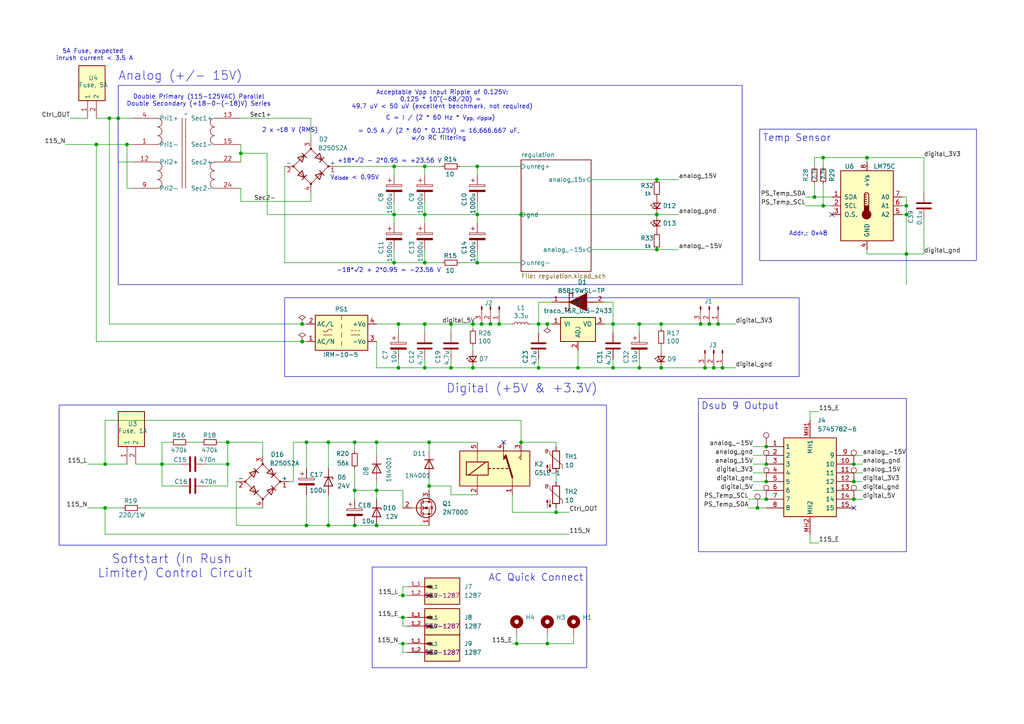
<source format=kicad_sch>
(kicad_sch (version 20250114) (generator "eeschema") (generator_version "9.0")
  (paper "A4")
  (rectangle (start 107.95 164.465) (end 170.18 193.675))
  (rectangle (start 34.29 24.765) (end 215.265 82.55))
  (rectangle (start 202.565 115.57) (end 262.89 160.02))
  (rectangle (start 82.55 86.36) (end 231.775 109.22))
  (rectangle (start 17.145 117.475) (end 175.895 158.115))
  (rectangle (start 220.345 37.465) (end 283.21 75.565))
  (text "Dsub 9 Output" (at 214.63 117.856 0) (effects (font (size 2.032 2.032))))
  (text "Addr.: 0x48\n" (at 240.03 68.58 0) (effects (font (size 1.27 1.27)) (justify right bottom)))
  (text "Analog (+/- 15V)" (at 52.324 22.098 0) (effects (font (size 2.54 2.54))))
  (text "5A Fuse, expected \ninrush current < 3.5 A" (at 27.432 16.002 0) (effects (font (size 1.27 1.27))))
  (text "Acceptable Vpp Input Ripple of 0.125V:\n0.125 * 10^(-68/20) = \n49.7 uV < 50 uV (excellent benchmark, not required)" (at 128.27 28.956 0) (effects (font (size 1.27 1.27))))
  (text "Double Primary (115-125VAC) Parallel\nDouble Secondary (+18-0-(-18)V) Series\n" (at 57.658 29.21 0) (effects (font (size 1.27 1.27))))
  (text "Softstart (In Rush \nLimiter) Control Circuit" (at 50.8 164.338 0) (effects (font (size 2.54 2.54))))
  (text "-18*√2 + 2*0.95 = -23.56 V" (at 112.776 78.486 0) (effects (font (size 1.27 1.27))))
  (text "C = I / (2 * 60 Hz * V_{pp, ripple})" (at 127.762 34.29 0) (effects (font (size 1.27 1.27))))
  (text "V_{diode} < 0.95V" (at 95.758 52.324 0) (effects (font (size 1.27 1.27)) (justify left bottom)))
  (text "AC Quick Connect" (at 155.448 167.64 0) (effects (font (size 2.032 2.032))))
  (text "2 x ~18 V (RMS)" (at 75.946 38.608 0) (effects (font (size 1.27 1.27)) (justify left bottom)))
  (text "Temp Sensor" (at 231.14 40.132 0) (effects (font (size 2.032 2.032))))
  (text "+18*√2 - 2*0.95 = +23.56 V" (at 97.79 47.498 0) (effects (font (size 1.27 1.27)) (justify left bottom)))
  (text "Digital (+5V & +3.3V)" (at 151.384 112.776 0) (effects (font (size 2.54 2.54))))
  (text "= 0.5 A / (2 * 60 * 0.125V) = 16,666.667 uF,\nw/o RC filtering" (at 127.254 39.116 0) (effects (font (size 1.27 1.27))))
  (junction (at 88.9 152.4))
  (junction (at 158.75 186.69))
  (junction (at 123.19 48.26))
  (junction (at 151.13 128.27))
  (junction (at 190.5 72.39))
  (junction (at 114.3 62.23))
  (junction (at 114.3 48.26))
  (junction (at 156.21 93.98))
  (junction (at 87.63 93.98))
  (junction (at 185.42 93.98))
  (junction (at 123.19 76.2))
  (junction (at 139.7 93.98))
  (junction (at 130.81 93.98))
  (junction (at 138.43 48.26))
  (junction (at 203.2 93.98))
  (junction (at 144.78 93.98))
  (junction (at 177.8 93.98))
  (junction (at 222.25 144.78))
  (junction (at 158.75 93.98))
  (junction (at 124.46 128.27))
  (junction (at 116.84 186.69))
  (junction (at 46.99 134.62))
  (junction (at 31.75 34.29))
  (junction (at 151.13 62.23))
  (junction (at 191.77 106.68))
  (junction (at 222.25 129.54))
  (junction (at 204.47 106.68))
  (junction (at 142.24 93.98))
  (junction (at 247.65 134.62))
  (junction (at 123.19 106.68))
  (junction (at 161.29 148.59))
  (junction (at 102.87 152.4))
  (junction (at 34.29 34.29))
  (junction (at 114.3 76.2))
  (junction (at 95.25 128.27))
  (junction (at 177.8 106.68))
  (junction (at 109.22 128.27))
  (junction (at 185.42 106.68))
  (junction (at 205.74 93.98))
  (junction (at 109.22 142.24))
  (junction (at 95.25 152.4))
  (junction (at 222.25 134.62))
  (junction (at 87.63 99.06))
  (junction (at 236.22 57.15))
  (junction (at 123.19 93.98))
  (junction (at 124.46 140.97))
  (junction (at 207.01 106.68))
  (junction (at 115.57 106.68))
  (junction (at 66.04 134.62))
  (junction (at 262.89 59.69))
  (junction (at 88.9 128.27))
  (junction (at 238.76 45.72))
  (junction (at 66.04 128.27))
  (junction (at 167.64 106.68))
  (junction (at 262.89 73.66))
  (junction (at 247.65 139.7))
  (junction (at 116.84 172.72))
  (junction (at 138.43 76.2))
  (junction (at 190.5 52.07))
  (junction (at 115.57 93.98))
  (junction (at 130.81 106.68))
  (junction (at 149.86 186.69))
  (junction (at 209.55 106.68))
  (junction (at 30.48 147.32))
  (junction (at 102.87 142.24))
  (junction (at 27.94 41.91))
  (junction (at 191.77 93.98))
  (junction (at 123.19 62.23))
  (junction (at 251.46 45.72))
  (junction (at 116.84 179.07))
  (junction (at 109.22 152.4))
  (junction (at 102.87 128.27))
  (junction (at 156.21 106.68))
  (junction (at 238.76 59.69))
  (junction (at 219.71 147.32))
  (junction (at 262.89 62.23))
  (junction (at 30.48 134.62))
  (junction (at 208.28 93.98))
  (junction (at 137.16 106.68))
  (junction (at 247.65 144.78))
  (junction (at 137.16 93.98))
  (junction (at 138.43 62.23))
  (junction (at 69.85 44.45))
  (junction (at 36.83 41.91))
  (junction (at 190.5 62.23))
  (junction (at 222.25 139.7))
  (no_connect (at 247.65 147.32))
  (no_connect (at 241.3 62.23))
  (no_connect (at 146.05 128.27))
  (wire (pts (xy 236.22 45.72) (xy 236.22 48.26)))
  (wire (pts (xy 218.44 129.54) (xy 222.25 129.54)))
  (wire (pts (xy 30.48 154.94) (xy 30.48 147.32)))
  (wire (pts (xy 158.75 93.98) (xy 160.02 93.98)))
  (wire (pts (xy 102.87 152.4) (xy 109.22 152.4)))
  (wire (pts (xy 95.25 135.89) (xy 95.25 128.27)))
  (wire (pts (xy 109.22 93.98) (xy 115.57 93.98)))
  (wire (pts (xy 218.44 137.16) (xy 222.25 137.16)))
  (wire (pts (xy 31.75 34.29) (xy 34.29 34.29)))
  (wire (pts (xy 148.59 148.59) (xy 148.59 143.51)))
  (wire (pts (xy 118.11 170.18) (xy 116.84 170.18)))
  (wire (pts (xy 124.46 138.43) (xy 124.46 140.97)))
  (wire (pts (xy 109.22 139.7) (xy 109.22 142.24)))
  (wire (pts (xy 191.77 106.68) (xy 204.47 106.68)))
  (wire (pts (xy 27.94 41.91) (xy 36.83 41.91)))
  (wire (pts (xy 66.04 128.27) (xy 63.5 128.27)))
  (wire (pts (xy 66.04 134.62) (xy 66.04 128.27)))
  (wire (pts (xy 130.81 93.98) (xy 130.81 96.52)))
  (wire (pts (xy 233.68 59.69) (xy 238.76 59.69)))
  (wire (pts (xy 217.17 144.78) (xy 222.25 144.78)))
  (wire (pts (xy 46.99 134.62) (xy 52.07 134.62)))
  (wire (pts (xy 123.19 93.98) (xy 130.81 93.98)))
  (wire (pts (xy 218.44 134.62) (xy 222.25 134.62)))
  (wire (pts (xy 116.84 170.18) (xy 116.84 172.72)))
  (wire (pts (xy 109.22 142.24) (xy 109.22 144.78)))
  (wire (pts (xy 156.21 87.63) (xy 156.21 93.98)))
  (wire (pts (xy 116.84 172.72) (xy 118.11 172.72)))
  (wire (pts (xy 115.57 106.68) (xy 109.22 106.68)))
  (wire (pts (xy 115.57 106.68) (xy 115.57 104.14)))
  (wire (pts (xy 102.87 135.89) (xy 102.87 142.24)))
  (wire (pts (xy 167.64 101.6) (xy 167.64 106.68)))
  (wire (pts (xy 191.77 100.33) (xy 191.77 101.6)))
  (wire (pts (xy 234.95 154.94) (xy 234.95 157.48)))
  (wire (pts (xy 185.42 93.98) (xy 185.42 96.52)))
  (wire (pts (xy 114.3 62.23) (xy 77.47 62.23)))
  (wire (pts (xy 25.4 134.62) (xy 30.48 134.62)))
  (wire (pts (xy 177.8 96.52) (xy 177.8 93.98)))
  (wire (pts (xy 123.19 106.68) (xy 115.57 106.68)))
  (wire (pts (xy 124.46 140.97) (xy 124.46 142.24)))
  (wire (pts (xy 267.97 63.5) (xy 267.97 73.66)))
  (wire (pts (xy 34.29 46.99) (xy 34.29 34.29)))
  (wire (pts (xy 175.26 87.63) (xy 177.8 87.63)))
  (wire (pts (xy 158.75 186.69) (xy 166.37 186.69)))
  (wire (pts (xy 114.3 48.26) (xy 123.19 48.26)))
  (wire (pts (xy 82.55 48.26) (xy 82.55 76.2)))
  (wire (pts (xy 130.81 143.51) (xy 138.43 143.51)))
  (wire (pts (xy 161.29 129.54) (xy 161.29 128.27)))
  (wire (pts (xy 36.83 54.61) (xy 38.1 54.61)))
  (wire (pts (xy 138.43 76.2) (xy 151.13 76.2)))
  (wire (pts (xy 148.59 186.69) (xy 149.86 186.69)))
  (wire (pts (xy 161.29 137.16) (xy 161.29 139.7)))
  (wire (pts (xy 30.48 134.62) (xy 36.83 134.62)))
  (wire (pts (xy 88.9 93.98) (xy 87.63 93.98)))
  (wire (pts (xy 123.19 106.68) (xy 123.19 104.14)))
  (wire (pts (xy 115.57 179.07) (xy 116.84 179.07)))
  (wire (pts (xy 241.3 57.15) (xy 236.22 57.15)))
  (wire (pts (xy 171.45 72.39) (xy 190.5 72.39)))
  (wire (pts (xy 138.43 62.23) (xy 138.43 64.77)))
  (wire (pts (xy 177.8 87.63) (xy 177.8 93.98)))
  (wire (pts (xy 69.85 41.91) (xy 69.85 44.45)))
  (wire (pts (xy 247.65 142.24) (xy 250.19 142.24)))
  (wire (pts (xy 114.3 58.42) (xy 114.3 62.23)))
  (wire (pts (xy 149.86 184.15) (xy 149.86 186.69)))
  (wire (pts (xy 138.43 48.26) (xy 138.43 50.8)))
  (wire (pts (xy 109.22 106.68) (xy 109.22 99.06)))
  (wire (pts (xy 238.76 59.69) (xy 241.3 59.69)))
  (wire (pts (xy 130.81 106.68) (xy 137.16 106.68)))
  (wire (pts (xy 115.57 96.52) (xy 115.57 93.98)))
  (wire (pts (xy 109.22 152.4) (xy 124.46 152.4)))
  (wire (pts (xy 156.21 106.68) (xy 167.64 106.68)))
  (wire (pts (xy 116.84 179.07) (xy 118.11 179.07)))
  (wire (pts (xy 97.79 48.26) (xy 114.3 48.26)))
  (wire (pts (xy 69.85 58.42) (xy 69.85 54.61)))
  (wire (pts (xy 262.89 73.66) (xy 267.97 73.66)))
  (wire (pts (xy 138.43 72.39) (xy 138.43 76.2)))
  (wire (pts (xy 185.42 106.68) (xy 191.77 106.68)))
  (wire (pts (xy 20.32 34.29) (xy 25.4 34.29)))
  (wire (pts (xy 116.84 186.69) (xy 118.11 186.69)))
  (wire (pts (xy 118.11 189.23) (xy 116.84 189.23)))
  (wire (pts (xy 95.25 128.27) (xy 102.87 128.27)))
  (wire (pts (xy 109.22 142.24) (xy 102.87 142.24)))
  (wire (pts (xy 90.17 55.88) (xy 90.17 58.42)))
  (wire (pts (xy 118.11 181.61) (xy 116.84 181.61)))
  (wire (pts (xy 161.29 128.27) (xy 151.13 128.27)))
  (wire (pts (xy 25.4 147.32) (xy 30.48 147.32)))
  (wire (pts (xy 123.19 96.52) (xy 123.19 93.98)))
  (wire (pts (xy 190.5 62.23) (xy 196.85 62.23)))
  (wire (pts (xy 114.3 72.39) (xy 114.3 76.2)))
  (wire (pts (xy 68.58 152.4) (xy 88.9 152.4)))
  (wire (pts (xy 123.19 48.26) (xy 123.19 50.8)))
  (wire (pts (xy 36.83 41.91) (xy 36.83 54.61)))
  (wire (pts (xy 238.76 45.72) (xy 236.22 45.72)))
  (wire (pts (xy 262.89 62.23) (xy 261.62 62.23)))
  (wire (pts (xy 40.64 147.32) (xy 76.2 147.32)))
  (wire (pts (xy 177.8 93.98) (xy 175.26 93.98)))
  (wire (pts (xy 137.16 106.68) (xy 156.21 106.68)))
  (wire (pts (xy 124.46 128.27) (xy 138.43 128.27)))
  (wire (pts (xy 251.46 73.66) (xy 251.46 72.39)))
  (wire (pts (xy 138.43 58.42) (xy 138.43 62.23)))
  (wire (pts (xy 247.65 144.78) (xy 250.19 144.78)))
  (wire (pts (xy 124.46 140.97) (xy 130.81 140.97)))
  (wire (pts (xy 30.48 121.92) (xy 30.48 134.62)))
  (wire (pts (xy 90.17 34.29) (xy 90.17 40.64)))
  (wire (pts (xy 209.55 106.68) (xy 213.36 106.68)))
  (wire (pts (xy 151.13 121.92) (xy 30.48 121.92)))
  (wire (pts (xy 130.81 106.68) (xy 130.81 104.14)))
  (wire (pts (xy 76.2 132.08) (xy 76.2 128.27)))
  (wire (pts (xy 217.17 147.32) (xy 219.71 147.32)))
  (wire (pts (xy 262.89 62.23) (xy 262.89 73.66)))
  (wire (pts (xy 139.7 93.98) (xy 142.24 93.98)))
  (wire (pts (xy 59.69 134.62) (xy 66.04 134.62)))
  (wire (pts (xy 114.3 76.2) (xy 123.19 76.2)))
  (wire (pts (xy 87.63 99.06) (xy 27.94 99.06)))
  (wire (pts (xy 238.76 59.69) (xy 238.76 53.34)))
  (wire (pts (xy 31.75 93.98) (xy 31.75 34.29)))
  (wire (pts (xy 85.09 128.27) (xy 88.9 128.27)))
  (wire (pts (xy 82.55 76.2) (xy 114.3 76.2)))
  (wire (pts (xy 69.85 44.45) (xy 69.85 46.99)))
  (wire (pts (xy 236.22 57.15) (xy 236.22 53.34)))
  (wire (pts (xy 87.63 93.98) (xy 31.75 93.98)))
  (wire (pts (xy 123.19 58.42) (xy 123.19 62.23)))
  (wire (pts (xy 123.19 76.2) (xy 128.27 76.2)))
  (wire (pts (xy 160.02 87.63) (xy 156.21 87.63)))
  (wire (pts (xy 262.89 59.69) (xy 262.89 62.23)))
  (wire (pts (xy 205.74 93.98) (xy 208.28 93.98)))
  (wire (pts (xy 208.28 93.98) (xy 213.36 93.98)))
  (wire (pts (xy 251.46 45.72) (xy 251.46 46.99)))
  (wire (pts (xy 95.25 152.4) (xy 102.87 152.4)))
  (wire (pts (xy 83.82 139.7) (xy 85.09 139.7)))
  (wire (pts (xy 156.21 93.98) (xy 158.75 93.98)))
  (wire (pts (xy 185.42 93.98) (xy 191.77 93.98)))
  (wire (pts (xy 236.22 57.15) (xy 233.68 57.15)))
  (wire (pts (xy 19.05 41.91) (xy 27.94 41.91)))
  (wire (pts (xy 123.19 48.26) (xy 128.27 48.26)))
  (wire (pts (xy 204.47 106.68) (xy 207.01 106.68)))
  (wire (pts (xy 54.61 128.27) (xy 58.42 128.27)))
  (wire (pts (xy 218.44 139.7) (xy 222.25 139.7)))
  (wire (pts (xy 137.16 93.98) (xy 139.7 93.98)))
  (wire (pts (xy 267.97 55.88) (xy 267.97 45.72)))
  (wire (pts (xy 138.43 48.26) (xy 151.13 48.26)))
  (wire (pts (xy 137.16 93.98) (xy 137.16 95.25)))
  (wire (pts (xy 123.19 72.39) (xy 123.19 76.2)))
  (wire (pts (xy 167.64 106.68) (xy 177.8 106.68)))
  (wire (pts (xy 34.29 34.29) (xy 38.1 34.29)))
  (wire (pts (xy 137.16 100.33) (xy 137.16 101.6)))
  (wire (pts (xy 88.9 143.51) (xy 88.9 152.4)))
  (wire (pts (xy 76.2 128.27) (xy 66.04 128.27)))
  (wire (pts (xy 59.69 140.97) (xy 66.04 140.97)))
  (wire (pts (xy 247.65 132.08) (xy 250.19 132.08)))
  (wire (pts (xy 124.46 128.27) (xy 109.22 128.27)))
  (wire (pts (xy 203.2 93.98) (xy 205.74 93.98)))
  (wire (pts (xy 153.67 93.98) (xy 156.21 93.98)))
  (wire (pts (xy 38.1 41.91) (xy 36.83 41.91)))
  (wire (pts (xy 251.46 45.72) (xy 267.97 45.72)))
  (wire (pts (xy 247.65 139.7) (xy 250.19 139.7)))
  (wire (pts (xy 116.84 147.32) (xy 116.84 142.24)))
  (wire (pts (xy 102.87 128.27) (xy 109.22 128.27)))
  (wire (pts (xy 95.25 143.51) (xy 95.25 152.4)))
  (wire (pts (xy 262.89 73.66) (xy 251.46 73.66)))
  (wire (pts (xy 234.95 121.92) (xy 234.95 119.38)))
  (wire (pts (xy 190.5 72.39) (xy 196.85 72.39)))
  (wire (pts (xy 166.37 184.15) (xy 166.37 186.69)))
  (wire (pts (xy 177.8 93.98) (xy 185.42 93.98)))
  (wire (pts (xy 69.85 34.29) (xy 90.17 34.29)))
  (wire (pts (xy 191.77 93.98) (xy 203.2 93.98)))
  (wire (pts (xy 247.65 134.62) (xy 250.19 134.62)))
  (wire (pts (xy 88.9 152.4) (xy 95.25 152.4)))
  (wire (pts (xy 66.04 140.97) (xy 66.04 134.62)))
  (wire (pts (xy 109.22 128.27) (xy 109.22 132.08)))
  (wire (pts (xy 38.1 46.99) (xy 34.29 46.99)))
  (wire (pts (xy 262.89 57.15) (xy 262.89 59.69)))
  (wire (pts (xy 138.43 62.23) (xy 151.13 62.23)))
  (wire (pts (xy 158.75 184.15) (xy 158.75 186.69)))
  (wire (pts (xy 156.21 104.14) (xy 156.21 106.68)))
  (wire (pts (xy 49.53 128.27) (xy 46.99 128.27)))
  (wire (pts (xy 262.89 73.66) (xy 262.89 82.55)))
  (wire (pts (xy 177.8 106.68) (xy 185.42 106.68)))
  (wire (pts (xy 161.29 147.32) (xy 161.29 148.59)))
  (wire (pts (xy 27.94 34.29) (xy 31.75 34.29)))
  (wire (pts (xy 133.35 48.26) (xy 138.43 48.26)))
  (wire (pts (xy 177.8 104.14) (xy 177.8 106.68)))
  (wire (pts (xy 151.13 128.27) (xy 151.13 121.92)))
  (wire (pts (xy 218.44 132.08) (xy 222.25 132.08)))
  (wire (pts (xy 161.29 148.59) (xy 165.1 148.59)))
  (wire (pts (xy 88.9 99.06) (xy 87.63 99.06)))
  (wire (pts (xy 130.81 106.68) (xy 123.19 106.68)))
  (wire (pts (xy 114.3 62.23) (xy 114.3 64.77)))
  (wire (pts (xy 116.84 181.61) (xy 116.84 179.07)))
  (wire (pts (xy 261.62 57.15) (xy 262.89 57.15)))
  (wire (pts (xy 142.24 93.98) (xy 144.78 93.98)))
  (wire (pts (xy 123.19 62.23) (xy 138.43 62.23)))
  (wire (pts (xy 123.19 62.23) (xy 114.3 62.23)))
  (wire (pts (xy 46.99 140.97) (xy 52.07 140.97)))
  (wire (pts (xy 124.46 130.81) (xy 124.46 128.27)))
  (wire (pts (xy 116.84 189.23) (xy 116.84 186.69)))
  (wire (pts (xy 88.9 128.27) (xy 88.9 135.89)))
  (wire (pts (xy 102.87 142.24) (xy 102.87 144.78)))
  (wire (pts (xy 151.13 62.23) (xy 190.5 62.23)))
  (wire (pts (xy 46.99 128.27) (xy 46.99 134.62)))
  (wire (pts (xy 234.95 119.38) (xy 237.49 119.38)))
  (wire (pts (xy 102.87 128.27) (xy 102.87 130.81)))
  (wire (pts (xy 30.48 154.94) (xy 165.1 154.94)))
  (wire (pts (xy 69.85 44.45) (xy 77.47 44.45)))
  (wire (pts (xy 109.22 142.24) (xy 116.84 142.24)))
  (wire (pts (xy 130.81 93.98) (xy 137.16 93.98)))
  (wire (pts (xy 144.78 93.98) (xy 148.59 93.98)))
  (wire (pts (xy 261.62 59.69) (xy 262.89 59.69)))
  (wire (pts (xy 27.94 99.06) (xy 27.94 41.91)))
  (wire (pts (xy 77.47 44.45) (xy 77.47 62.23)))
  (wire (pts (xy 185.42 104.14) (xy 185.42 106.68)))
  (wire (pts (xy 133.35 76.2) (xy 138.43 76.2)))
  (wire (pts (xy 251.46 45.72) (xy 238.76 45.72)))
  (wire (pts (xy 114.3 48.26) (xy 114.3 50.8)))
  (wire (pts (xy 237.49 157.48) (xy 234.95 157.48)))
  (wire (pts (xy 190.5 52.07) (xy 196.85 52.07)))
  (wire (pts (xy 219.71 147.32) (xy 222.25 147.32)))
  (wire (pts (xy 30.48 147.32) (xy 35.56 147.32)))
  (wire (pts (xy 90.17 58.42) (xy 69.85 58.42)))
  (wire (pts (xy 115.57 93.98) (xy 123.19 93.98)))
  (wire (pts (xy 149.86 186.69) (xy 158.75 186.69)))
  (wire (pts (xy 46.99 134.62) (xy 46.99 140.97)))
  (wire (pts (xy 207.01 106.68) (xy 209.55 106.68)))
  (wire (pts (xy 238.76 45.72) (xy 238.76 48.26)))
  (wire (pts (xy 148.59 148.59) (xy 161.29 148.59)))
  (wire (pts (xy 85.09 139.7) (xy 85.09 128.27)))
  (wire (pts (xy 191.77 93.98) (xy 191.77 95.25)))
  (wire (pts (xy 171.45 52.07) (xy 190.5 52.07)))
  (wire (pts (xy 156.21 93.98) (xy 156.21 96.52)))
  (wire (pts (xy 115.57 186.69) (xy 116.84 186.69)))
  (wire (pts (xy 115.57 172.72) (xy 116.84 172.72)))
  (wire (pts (xy 130.81 140.97) (xy 130.81 143.51)))
  (wire (pts (xy 88.9 128.27) (xy 95.25 128.27)))
  (wire (pts (xy 247.65 137.16) (xy 250.19 137.16)))
  (wire (pts (xy 218.44 142.24) (xy 222.25 142.24)))
  (wire (pts (xy 123.19 62.23) (xy 123.19 64.77)))
  (wire (pts (xy 68.58 139.7) (xy 68.58 152.4)))
  (wire (pts (xy 39.37 134.62) (xy 46.99 134.62)))
  (label "digital_5V" (at 250.19 144.78 0))
  (label "digital_gnd" (at 267.97 73.66 0))
  (label "115_E" (at 115.57 179.07 180))
  (label "analog_gnd" (at 196.85 62.23 0))
  (label "Sec1+" (at 72.39 34.29 0))
  (label "115_L" (at 115.57 172.72 180))
  (label "PS_Temp_SCL" (at 233.68 59.69 180))
  (label "digital_3V3" (at 250.19 139.7 0))
  (label "analog_gnd" (at 218.44 132.08 180))
  (label "115_N" (at 115.57 186.69 180))
  (label "digital_5V" (at 128.27 93.98 0))
  (label "analog_15V" (at 218.44 134.62 180))
  (label "analog_gnd" (at 250.19 134.62 0))
  (label "analog_15V" (at 196.85 52.07 0))
  (label "Ctrl_OUT" (at 20.32 34.29 180))
  (label "PS_Temp_SDA" (at 217.17 147.32 180))
  (label "analog_15V" (at 250.19 137.16 0))
  (label "115_N" (at 25.4 147.32 180))
  (label "PS_Temp_SDA" (at 233.68 57.15 180))
  (label "Ctrl_OUT" (at 165.1 148.59 0))
  (label "115_N" (at 19.05 41.91 180))
  (label "digital_5V" (at 218.44 142.24 180))
  (label "analog_-15V" (at 218.44 129.54 180))
  (label "digital_3V3" (at 218.44 137.16 180))
  (label "digital_gnd" (at 213.36 106.68 0))
  (label "analog_-15V" (at 196.85 72.39 0))
  (label "digital_3V3" (at 267.97 45.72 0))
  (label "115_N" (at 165.1 154.94 0))
  (label "Sec2-" (at 73.66 58.42 0))
  (label "digital_gnd" (at 250.19 142.24 0))
  (label "115_E" (at 237.49 157.48 0))
  (label "digital_3V3" (at 213.36 93.98 0))
  (label "115_E" (at 148.59 186.69 180))
  (label "115_L" (at 25.4 134.62 180))
  (label "PS_Temp_SCL" (at 217.17 144.78 180))
  (label "digital_gnd" (at 218.44 139.7 180))
  (label "115_E" (at 237.49 119.38 0))
  (label "analog_-15V" (at 250.19 132.08 0))
  (symbol (lib_id "Connector:TestPoint") (at 222.25 129.54 0) (unit 1)
    (property "Reference" "TP1" (effects (hide yes)))
    (property "Value" "TestPoint" (effects (hide yes)))
    (property "Footprint" "TestPoint:TestPoint_Loop_D1.80mm_Drill1.0mm_Beaded" (effects (hide yes)))
    (property "Mouser Part Number" "534-5005" (effects (hide yes)))
  )
  (symbol (lib_id "Device:LED_Small") (at 137.16 104.14 90) (unit 1)
    (property "Reference" "D7" (at 138.8872 104.14 90) (effects (justify right)))
    (property "Value" "LED_Small" (effects (hide yes)))
    (property "Footprint" "LED_SMD:LED_0603_1608Metric" (effects (hide yes)))
  )
  (symbol (lib_id "Supply-Board-rescue:CP-Device") (at 185.42 100.33 0) (unit 1)
    (property "Reference" "C32" (at 181.61 101.6 90) (effects (justify right)))
    (property "Value" "10u" (at 184.15 101.6 90) (effects (justify right)))
    (property "Footprint" "Capacitor_Tantalum_SMD:CP_EIA-7343-31_Kemet-D" (effects (hide yes)))
    (property "Datasheet" "https://www.reichelt.de/smd-tantal-10-f-16v-125-c-t491c-10u-16-p206468.html?&trstct=pol_3" (effects (hide yes)))
    (property "Mouser Part Number" "80-T491D106K025" (effects (hide yes)))
  )
  (symbol (lib_id "Device:R_Small") (at 191.77 97.79 0) (unit 1)
    (property "Reference" "R17" (at 193.2686 96.6216 0) (effects (justify left)))
    (property "Value" "100" (at 193.2686 98.933 0) (effects (justify left)))
    (property "Footprint" "Resistor_SMD:R_0805_2012Metric" (effects (hide yes)))
    (property "Mouser Part Number" "710-560112120020" (effects (hide yes)))
  )
  (symbol (lib_id "Device:LED_Small") (at 191.77 104.14 90) (unit 1)
    (property "Reference" "D9" (at 193.4972 104.14 90) (effects (justify right)))
    (property "Value" "LED_Small" (effects (hide yes)))
    (property "Footprint" "LED_SMD:LED_0603_1608Metric" (effects (hide yes)))
  )
  (symbol (lib_id "Supply-Board-rescue:traco_TSR_0.5-2433-STM_Custom_Lib") (at 167.64 93.98 0) (unit 1)
    (property "Reference" "U5" (at 167.64 87.8332 0))
    (property "Value" "traco_TSR_0.5-2433" (at 167.64 90.1446 0))
    (property "Footprint" "TSR-0.5-2433:TSR-0.5-2433" (effects (hide yes)))
    (property "Datasheet" "https://www.reichelt.de/dc-dc-wandler-tsr-0-5-3-3-v-500-ma-sil-tsr-0-5-2433-p251064.html?&trstct=pol_0" (effects (hide yes)))
    (property "Mouser Part Number" "495-TSR0.5-2433" (effects (hide yes)))
  )
  (symbol (lib_id "Device:C") (at 156.21 100.33 0) (unit 1)
    (property "Reference" "C23" (at 152.4 101.6 90) (effects (justify right)))
    (property "Value" "4.7u" (at 154.94 101.6 90) (effects (justify right)))
    (property "Footprint" "Capacitor_SMD:C_0603_1608Metric" (effects (hide yes)))
    (property "Datasheet" "https://www.reichelt.de/vielschicht-kerko-4-7-f-16v-125-c-kem-x7r0805-4-7u-p207081.html?&trstct=pol_3" (effects (hide yes)))
    (property "Mouser Part Number" "187-CL10A475KO8NQNC" (effects (hide yes)))
  )
  (symbol (lib_id "Device:C") (at 177.8 100.33 0) (unit 1)
    (property "Reference" "C31" (at 173.99 101.6 90) (effects (justify right)))
    (property "Value" "4.7u" (at 176.53 101.6 90) (effects (justify right)))
    (property "Footprint" "Capacitor_SMD:C_0603_1608Metric" (effects (hide yes)))
    (property "Datasheet" "https://www.reichelt.de/vielschicht-kerko-4-7-f-16v-125-c-kem-x7r0805-4-7u-p207081.html?&trstct=pol_3" (effects (hide yes)))
    (property "Mouser Part Number" "187-CL10A475KO8NQNC" (effects (hide yes)))
  )
  (symbol (lib_id "Device:L_Small") (at 151.13 93.98 90) (unit 1)
    (property "Reference" "L1" (at 151.13 89.281 90))
    (property "Value" "3.3u" (at 151.13 91.5924 90))
    (property "Footprint" "SRR1280_3R3Y:IND_BOURNS_SRR1280" (effects (hide yes)))
    (property "Datasheet" "https://cdn-reichelt.de/documents/datenblatt/B400/PISM.pdf" (effects (hide yes)))
    (property "Reichelt" "L-PISM 3,3µ" (effects (hide yes)))
    (property "Mouser Part Number" "652-SRR1280-3R3Y" (effects (hide yes)))
  )
  (symbol (lib_id "Device:C") (at 130.81 100.33 0) (unit 1)
    (property "Reference" "C19" (at 127 101.6 90) (effects (justify right)))
    (property "Value" "4.7u" (at 129.54 101.6 90) (effects (justify right)))
    (property "Footprint" "Capacitor_SMD:C_0603_1608Metric" (effects (hide yes)))
    (property "Datasheet" "https://www.reichelt.de/vielschicht-kerko-4-7-f-16v-125-c-kem-x7r0805-4-7u-p207081.html?&trstct=pol_3" (effects (hide yes)))
    (property "Mouser Part Number" "187-CL10A475KO8NQNC" (effects (hide yes)))
  )
  (symbol (lib_id "Device:C") (at 123.19 100.33 0) (unit 1)
    (property "Reference" "C12" (at 119.38 101.6 90) (effects (justify right)))
    (property "Value" "4.7u" (at 121.92 101.6 90) (effects (justify right)))
    (property "Footprint" "Capacitor_SMD:C_0603_1608Metric" (effects (hide yes)))
    (property "Datasheet" "https://www.reichelt.de/vielschicht-kerko-4-7-f-16v-125-c-kem-x7r0805-4-7u-p207081.html?&trstct=pol_3" (effects (hide yes)))
    (property "Mouser Part Number" "187-CL10A475KO8NQNC" (effects (hide yes)))
  )
  (symbol (lib_id "Supply-Board-rescue:CP-Device") (at 115.57 100.33 0) (unit 1)
    (property "Reference" "C7" (at 111.76 101.6 90) (effects (justify right)))
    (property "Value" "10u" (at 114.3 101.6 90) (effects (justify right)))
    (property "Footprint" "Capacitor_Tantalum_SMD:CP_EIA-7343-31_Kemet-D" (effects (hide yes)))
    (property "Datasheet" "https://www.reichelt.de/smd-tantal-10-f-16v-125-c-t491c-10u-16-p206468.html?&trstct=pol_3" (effects (hide yes)))
    (property "Mouser Part Number" "80-T491D106K025" (effects (hide yes)))
  )
  (symbol (lib_id "Supply-Board-rescue:LM75C-Sensor_Temperature") (at 251.46 59.69 0) (unit 1)
    (property "Reference" "U6" (at 246.38 48.26 0))
    (property "Value" "LM75C" (at 256.54 48.26 0))
    (property "Footprint" "Package_SO:SOIC-8_3.9x4.9mm_P1.27mm" (effects (hide yes)))
    (property "Datasheet" "http://www.ti.com/lit/ds/symlink/lm75b.pdf" (effects (hide yes)))
    (property "Mouser Part Number" "700-LM75BIM-3+" (effects (hide yes)))
  )
  (symbol (lib_id "Device:LED_Small") (at 190.5 64.77 90) (unit 1)
    (property "Reference" "D13" (at 192.2272 64.77 90) (effects (justify right)))
    (property "Value" "LED_Small" (effects (hide yes)))
    (property "Footprint" "LED_SMD:LED_0603_1608Metric" (effects (hide yes)))
  )
  (symbol (lib_id "Device:R_Small") (at 238.76 50.8 0) (unit 1)
    (property "Reference" "R29" (at 241.3 50.8 90))
    (property "Value" "2.7k" (at 238.76 52.07 90) (effects (font (size 0.9906 0.9906)) (justify left)))
    (property "Footprint" "Resistor_SMD:R_0805_2012Metric" (effects (hide yes)))
    (property "Mouser Part Number" "603-AA0805JR-072K7L" (effects (hide yes)))
  )
  (symbol (lib_id "Device:D_Bridge_+-AA") (at 76.2 139.7 0) (unit 1)
    (property "Reference" "D16" (at 78.486 131.826 0) (effects (justify left)))
    (property "Value" "B250S2A" (at 78.232 134.366 0) (effects (justify left)))
    (property "Footprint" "B250SA_SLIM:P20_SO-DIL-Slim" (effects (hide yes)))
    (property "Datasheet" "https://www.reichelt.de/smd-brueckengleichrichter-600-v-2-3-a-b250s2a-dio-p216747.html?&trstct=pol_12" (effects (hide yes)))
    (property "Mouser Part Number" "637-B250S2A-SLIM " (effects (hide yes)))
  )
  (symbol (lib_id "Device:Thermistor_NTC") (at 161.29 133.35 0) (unit 1)
    (property "Reference" "TH1" (at 163.83 132.3974 0) (effects (justify left)))
    (property "Value" "10" (at 163.83 134.9374 0) (effects (justify left)))
    (property "Footprint" "Resistor_THT:R_Axial_DIN0204_L3.6mm_D1.6mm_P5.08mm_Horizontal" (effects (hide yes)))
    (property "Description" "Temperature dependent resistor, negative temperature coefficient" (effects (hide yes)))
    (property "Mouser Part Number" "995-SL10-10002" (effects (hide yes)))
  )
  (symbol (lib_id "0PTF0078P:0PTF0078P") (at 36.83 134.62 90) (unit 1)
    (property "Reference" "U3" (at 37.084 122.936 90) (effects (justify right)))
    (property "Value" "Fuse, 1A" (at 34.29 124.968 90) (effects (justify right)))
    (property "Footprint" "LittleFuseHolder5x20mm:0PTF0078P" (effects (hide yes)))
    (property "Datasheet" "https://media.digikey.com/pdf/Data%20Sheets/Littelfuse%20PDFs/PTF075_77_78.pdf" (effects (hide yes)))
    (property "Description" "FUSEHOLDER-OPEN 5X20MM UL94V0 PITCH 22/6" (effects (hide yes)))
    (property "Height" "11.5" (effects (hide yes)))
    (property "Mouser Part Number" "576-0PTF0078P" (effects (hide yes)))
    (property "Mouser Price/Stock" "https://www.mouser.co.uk/ProductDetail/Littelfuse/0PTF0078P?qs=Co4VkB5J4%2Fsczy6gG8s%2FsA%3D%3D" (effects (hide yes)))
    (property "Manufacturer_Name" "LITTELFUSE" (effects (hide yes)))
    (property "Manufacturer_Part_Number" "0PTF0078P" (effects (hide yes)))
  )
  (symbol (lib_id "Device:D_Bridge_+-AA") (at 90.17 48.26 0) (unit 1)
    (property "Reference" "D2" (at 92.456 40.386 0) (effects (justify left)))
    (property "Value" "B250S2A" (at 92.202 42.926 0) (effects (justify left)))
    (property "Footprint" "B250SA_SLIM:P20_SO-DIL-Slim" (effects (hide yes)))
    (property "Datasheet" "https://www.reichelt.de/smd-brueckengleichrichter-600-v-2-3-a-b250s2a-dio-p216747.html?&trstct=pol_12" (effects (hide yes)))
    (property "Mouser Part Number" "637-B250S2A-SLIM " (effects (hide yes)))
  )
  (symbol (lib_id "Supply-Board-rescue:CP-Device") (at 138.43 54.61 0) (unit 1)
    (property "Reference" "C10" (at 134.62 55.88 90) (effects (justify right)))
    (property "Value" "1000u" (at 137.16 55.88 90) (effects (justify right)))
    (property "Footprint" "CP_Radial_D12.5mm_P5.00mm_+Better" (effects (hide yes)))
    (property "Datasheet" "https://www.reichelt.de/smd-tantal-10-f-16v-125-c-t491c-10u-16-p206468.html?&trstct=pol_3" (effects (hide yes)))
    (property "Mouser Part Number" "647-UHW1H102MHD" (effects (hide yes)))
  )
  (symbol (lib_id "Transistor_FET:2N7000") (at 121.92 147.32 0) (unit 1)
    (property "Reference" "Q1" (at 128.27 146.0499 0) (effects (justify left)))
    (property "Value" "2N7000" (at 128.27 148.5899 0) (effects (justify left)))
    (property "Footprint" "Package_TO_SOT_THT:TO-92_Inline" (effects (hide yes)))
    (property "Datasheet" "https://www.vishay.com/docs/70226/70226.pdf" (effects (hide yes)))
    (property "Description" "0.2A Id, 200V Vds, N-Channel MOSFET, 2.6V Logic Level, TO-92" (effects (hide yes)))
    (property "Mouser Part Number" "512-2N7000" (effects (hide yes)))
  )
  (symbol (lib_id "Device:R_Small") (at 190.5 54.61 0) (unit 1)
    (property "Reference" "R32" (at 187.706 53.848 0))
    (property "Value" "1k" (at 186.944 56.134 0) (effects (font (size 0.9906 0.9906)) (justify left)))
    (property "Footprint" "Resistor_SMD:R_0805_2012Metric" (effects (hide yes)))
  )
  (symbol (lib_id "Connector:TestPoint") (at 247.65 139.7 0) (unit 1)
    (property "Reference" "TP4" (effects (hide yes)))
    (property "Value" "TestPoint" (effects (hide yes)))
    (property "Footprint" "TestPoint:TestPoint_Loop_D1.80mm_Drill1.0mm_Beaded" (effects (hide yes)))
    (property "Mouser Part Number" "534-5005" (effects (hide yes)))
  )
  (symbol (lib_id "Mechanical:MountingHole_Pad") (at 158.75 181.61 0) (unit 1) (exclude_from_sim yes) (in_bom no)
    (property "Reference" "H3" (at 161.29 179.0699 0) (effects (justify left)))
    (property "Value" "MountingHole_Pad" (effects (hide yes)))
    (property "Footprint" "MountingHole:MountingHole_3.2mm_M3_Pad_Via" (effects (hide yes)))
    (property "Description" "Mounting Hole with connection" (effects (hide yes)))
  )
  (symbol (lib_id "Device:Thermistor_NTC") (at 161.29 143.51 0) (unit 1)
    (property "Reference" "TH2" (at 163.83 142.5574 0) (effects (justify left)))
    (property "Value" "10" (at 163.83 145.0974 0) (effects (justify left)))
    (property "Footprint" "Resistor_THT:R_Axial_DIN0204_L3.6mm_D1.6mm_P5.08mm_Horizontal" (effects (hide yes)))
    (property "Description" "Temperature dependent resistor, negative temperature coefficient" (effects (hide yes)))
    (property "Mouser Part Number" "995-SL10-10002" (effects (hide yes)))
  )
  (symbol (lib_id "Device:LED_Small") (at 190.5 59.69 90) (unit 1)
    (property "Reference" "D12" (at 192.2272 59.69 90) (effects (justify right)))
    (property "Value" "LED_Small" (effects (hide yes)))
    (property "Footprint" "LED_SMD:LED_0603_1608Metric" (effects (hide yes)))
  )
  (symbol (lib_id "1287:1287") (at 128.27 172.72 0) (unit 1)
    (property "Reference" "J7" (at 134.62 170.1799 0) (effects (justify left)))
    (property "Value" "1287" (at 134.62 172.7199 0) (effects (justify left)))
    (property "Footprint" "1287:KEYSTONE_1287" (effects (hide yes)))
    (property "PARTREV" "F" (effects (hide yes)))
    (property "STANDARD" "Manufacturer Recommendations" (effects (hide yes)))
    (property "SNAPEDA_PN" "1287" (effects (hide yes)))
    (property "MAXIMUM_PACKAGE_HEIGHT" "14.02mm" (effects (hide yes)))
    (property "MANUFACTURER" "Keystone" (effects (hide yes)))
    (property "Mouser Part Number" "534-1287" (at 128.27 172.72 0))
  )
  (symbol (lib_id "Mechanical:MountingHole_Pad") (at 149.86 181.61 0) (unit 1) (exclude_from_sim yes) (in_bom no)
    (property "Reference" "H4" (at 152.4 179.0699 0) (effects (justify left)))
    (property "Value" "MountingHole_Pad" (effects (hide yes)))
    (property "Footprint" "MountingHole:MountingHole_3.2mm_M3_Pad_Via" (effects (hide yes)))
    (property "Description" "Mounting Hole with connection" (effects (hide yes)))
  )
  (symbol (lib_id "Supply-Board-rescue:CP-Device") (at 114.3 68.58 0) (unit 1)
    (property "Reference" "C11" (at 110.49 69.85 90) (effects (justify right)))
    (property "Value" "1500u" (at 113.03 69.85 90) (effects (justify right)))
    (property "Footprint" "CP_Radial_D12.5mm_P5.00mm_+Better" (effects (hide yes)))
    (property "Datasheet" "https://www.reichelt.de/smd-tantal-10-f-16v-125-c-t491c-10u-16-p206468.html?&trstct=pol_3" (effects (hide yes)))
    (property "Mouser Part Number" "647-UHW1H152MHD" (effects (hide yes)))
  )
  (symbol (lib_id "power:PWR_FLAG") (at 87.63 93.98 0) (unit 1)
    (property "Reference" "#FLG02" (effects (hide yes)))
    (property "Value" "PWR_FLAG" (effects (hide yes)))
    (property "Description" "Special symbol for telling ERC where power comes from" (effects (hide yes)))
  )
  (symbol (lib_id "Diode:1N4001") (at 109.22 135.89 270) (unit 1)
    (property "Reference" "D8" (at 106.172 136.652 0))
    (property "Value" "1N4001" (at 112.776 136.144 0))
    (property "Footprint" "Diode_THT:D_DO-41_SOD81_P10.16mm_Horizontal" (effects (hide yes)))
    (property "Datasheet" "http://www.vishay.com/docs/88503/1n4001.pdf" (effects (hide yes)))
    (property "Description" "50V 1A General Purpose Rectifier Diode, DO-41" (effects (hide yes)))
    (property "Sim.Device" "D" (effects (hide yes)))
    (property "Sim.Pins" "1=K 2=A" (effects (hide yes)))
    (property "Mouser Part Number" "637-1N4001" (effects (hide yes)))
  )
  (symbol (lib_id "1287:1287") (at 128.27 181.61 0) (unit 1)
    (property "Reference" "J8" (at 134.62 179.0699 0) (effects (justify left)))
    (property "Value" "1287" (at 134.62 181.6099 0) (effects (justify left)))
    (property "Footprint" "1287:KEYSTONE_1287" (effects (hide yes)))
    (property "PARTREV" "F" (effects (hide yes)))
    (property "STANDARD" "Manufacturer Recommendations" (effects (hide yes)))
    (property "SNAPEDA_PN" "1287" (effects (hide yes)))
    (property "MAXIMUM_PACKAGE_HEIGHT" "14.02mm" (effects (hide yes)))
    (property "MANUFACTURER" "Keystone" (effects (hide yes)))
    (property "Mouser Part Number" "534-1287" (at 128.27 181.61 0))
  )
  (symbol (lib_id "Device:C") (at 267.97 59.69 0) (unit 1)
    (property "Reference" "C39" (at 264.16 60.96 90) (effects (justify right)))
    (property "Value" "0.1u" (at 266.7 60.96 90) (effects (justify right)))
    (property "Footprint" "Capacitor_SMD:C_0603_1608Metric" (effects (hide yes)))
    (property "Datasheet" "https://www.reichelt.de/vielschicht-kerko-4-7-f-16v-125-c-kem-x7r0805-4-7u-p207081.html?&trstct=pol_3" (effects (hide yes)))
    (property "Mouser Part Number" "80-C0603C104J1RAUTO7" (effects (hide yes)))
  )
  (symbol (lib_id "Device:D_Zener") (at 95.25 139.7 270) (unit 1)
    (property "Reference" "D6" (at 97.79 138.4299 90) (effects (justify left)))
    (property "Value" "24V" (at 97.79 140.9699 90) (effects (justify left)))
    (property "Footprint" "Diode_SMD:D_SOD-123" (effects (hide yes)))
    (property "Description" "Zener diode" (effects (hide yes)))
    (property "Mouser Part Number" "863-SZMMSZ4709T1G" (effects (hide yes)))
  )
  (symbol (lib_id "5745782-6:5745782-6") (at 234.95 154.94 90) (unit 1)
    (property "Reference" "J4" (at 237.0933 121.92 90) (effects (justify right)))
    (property "Value" "5745782-6" (at 237.0933 124.46 90) (effects (justify right)))
    (property "Footprint" "57457826:57457826" (effects (hide yes)))
    (property "Datasheet" "https://www.te.com/commerce/DocumentDelivery/DDEController?Action=srchrtrv&DocNm=82068_AMPLIMITE_Right-Angle_Posted_Conn&DocType=Catalog%20Section&DocLang=English&PartCntxt=5745782-6&DocFormat=pdf" (effects (hide yes)))
    (property "Description" "Body Features: Mating Feature Material Zinc | Mating Feature Plating Material Clear Chromate | Connector Profile Standard | Insert Material Zinc | Shell Plating Material Tin | Configuration Features: Number of Rows 2 | Number of Positions 15 | PCB Mount Orientation Right Angle | Contact Features: Contact Mating Area Plating Material Gold | PCB Contact Termination Area Plating Material Tin | Contact Current Rating (Max) 6 AMP | Contact Base Material Phosphor Bronze | Contact Shape & Form Round | Contact Mati" (effects (hide yes)))
    (property "Height" "12.9286" (effects (hide yes)))
    (property "Mouser Part Number" "571-5745782-6" (effects (hide yes)))
    (property "Mouser Price/Stock" "https://www.mouser.co.uk/ProductDetail/TE-Connectivity/5745782-6?qs=2De2tSDgB00BgEMQieiN9w%3D%3D" (effects (hide yes)))
    (property "Manufacturer_Name" "TE Connectivity" (effects (hide yes)))
    (property "Manufacturer_Part_Number" "5745782-6" (effects (hide yes)))
  )
  (symbol (lib_id "Supply-Board-rescue:CP-Device") (at 102.87 148.59 0) (unit 1)
    (property "Reference" "C18" (at 107.696 146.558 0) (effects (justify right)))
    (property "Value" "10u" (at 108.712 151.13 0) (effects (justify right)))
    (property "Footprint" "Capacitor_THT:CP_Radial_D5.0mm_P2.00mm" (effects (hide yes)))
    (property "Datasheet" "https://www.reichelt.de/smd-tantal-10-f-16v-125-c-t491c-10u-16-p206468.html?&trstct=pol_3" (effects (hide yes)))
    (property "Mouser Part Number" "710-860010372001" (effects (hide yes)))
  )
  (symbol (lib_id "Supply-Board-rescue:CP-Device") (at 114.3 54.61 0) (unit 1)
    (property "Reference" "C8" (at 110.49 55.88 90) (effects (justify right)))
    (property "Value" "1500u" (at 113.03 55.88 90) (effects (justify right)))
    (property "Footprint" "CP_Radial_D12.5mm_P5.00mm_+Better" (effects (hide yes)))
    (property "Datasheet" "https://www.reichelt.de/smd-tantal-10-f-16v-125-c-t491c-10u-16-p206468.html?&trstct=pol_3" (effects (hide yes)))
    (property "Mouser Part Number" "647-UHW1H152MHD" (effects (hide yes)))
  )
  (symbol (lib_id "Device:R_Small") (at 60.96 128.27 90) (unit 1)
    (property "Reference" "R18" (at 62.738 126.238 90) (effects (justify left)))
    (property "Value" "470k" (at 63.246 130.556 90) (effects (justify left)))
    (property "Footprint" "Resistor_THT:R_Axial_DIN0207_L6.3mm_D2.5mm_P15.24mm_Horizontal" (effects (hide yes)))
    (property "Mouser Part Number" "71-CCF07470KJKE36" (effects (hide yes)))
  )
  (symbol (lib_id "power:PWR_FLAG") (at 87.63 99.06 0) (unit 1)
    (property "Reference" "#FLG03" (effects (hide yes)))
    (property "Value" "PWR_FLAG" (effects (hide yes)))
    (property "Description" "Special symbol for telling ERC where power comes from" (effects (hide yes)))
  )
  (symbol (lib_id "Converter_ACDC:IRM-10-5") (at 99.06 96.52 0) (unit 1)
    (property "Reference" "PS1" (at 99.06 89.662 0))
    (property "Value" "IRM-10-5" (at 98.806 102.87 0))
    (property "Footprint" "Converter_ACDC:Converter_ACDC_MeanWell_IRM-10-xx_THT" (effects (hide yes)))
    (property "Datasheet" "https://www.meanwell.com/Upload/PDF/IRM-10/IRM-10-SPEC.PDF" (effects (hide yes)))
    (property "Description" "5V, 2A, 10W, Isolated, AC-DC, 222A(IRM10)" (effects (hide yes)))
    (property "Mouser Part Number" "709-IRM10-5" (effects (hide yes)))
  )
  (symbol (lib_id "Supply-Board-rescue:CP-Device") (at 138.43 68.58 0) (unit 1)
    (property "Reference" "C14" (at 134.62 69.85 90) (effects (justify right)))
    (property "Value" "1000u" (at 137.16 69.85 90) (effects (justify right)))
    (property "Footprint" "CP_Radial_D12.5mm_P5.00mm_+Better" (effects (hide yes)))
    (property "Datasheet" "https://www.reichelt.de/smd-tantal-10-f-16v-125-c-t491c-10u-16-p206468.html?&trstct=pol_3" (effects (hide yes)))
    (property "Mouser Part Number" "647-UHW1H102MHD" (effects (hide yes)))
  )
  (symbol (lib_id "B5819WSL-TP:B5819WSL-TP") (at 157.48 87.63 0) (unit 1)
    (property "Reference" "D1" (at 168.91 81.788 0))
    (property "Value" "B5819WSL-TP" (at 168.656 84.328 0))
    (property "Footprint" "B5819WSL-TP:SODFL2512X90N" (effects (hide yes)))
    (property "Datasheet" "https://www.mccsemi.com/pdf/Products/B5819WSL(SOD-323FL).pdf" (effects (hide yes)))
    (property "Description" "Diode 40 V 1A Surface Mount SOD-323FL" (effects (hide yes)))
    (property "Height" "0.9" (effects (hide yes)))
    (property "Mouser Part Number" "833-B5819WSL-TP" (effects (hide yes)))
    (property "Mouser Price/Stock" "https://www.mouser.co.uk/ProductDetail/Micro-Commercial-Components-MCC/B5819WSL-TP?qs=P1JMDcb91o4r0%252BAOOuFpvQ%3D%3D" (effects (hide yes)))
    (property "Manufacturer_Name" "MCC" (effects (hide yes)))
    (property "Manufacturer_Part_Number" "B5819WSL-TP" (effects (hide yes)))
  )
  (symbol (lib_id "Device:R_Small") (at 130.81 48.26 90) (unit 1)
    (property "Reference" "R14" (at 132.588 46.228 90) (effects (justify left)))
    (property "Value" "10" (at 131.826 50.546 90) (effects (justify left)))
    (property "Footprint" "Resistor_SMD:R_1206_3216Metric" (effects (hide yes)))
    (property "Mouser Part Number" "71-RCC120610R0JNEA" (effects (hide yes)))
  )
  (symbol (lib_id "Device:C") (at 55.88 140.97 90) (unit 1)
    (property "Reference" "C16" (at 50.546 139.7 90) (effects (justify right)))
    (property "Value" "470n" (at 57.912 139.7 90) (effects (justify right)))
    (property "Footprint" "X2_470n:CAP_R46KN347000N0M_KEM" (effects (hide yes)))
    (property "Datasheet" "https://www.reichelt.de/vielschicht-kerko-4-7-f-16v-125-c-kem-x7r0805-4-7u-p207081.html?&trstct=pol_3" (effects (hide yes)))
    (property "Mouser Part Number" "80-R46KN347000N0M" (effects (hide yes)))
  )
  (symbol (lib_id "Connector:Conn_01x03_Pin") (at 207.01 101.6 270) (unit 1)
    (property "Reference" "J3" (at 206.756 100.076 90))
    (property "Value" "Conn_01x03_Pin" (effects (hide yes)))
    (property "Footprint" "Connector_PinHeader_2.54mm:PinHeader_1x03_P2.54mm_Vertical" (effects (hide yes)))
    (property "Description" "Generic connector, single row, 01x03, script generated" (effects (hide yes)))
  )
  (symbol (lib_id "Device:C") (at 55.88 134.62 90) (unit 1)
    (property "Reference" "C15" (at 50.292 133.35 90) (effects (justify right)))
    (property "Value" "470n" (at 57.658 133.35 90) (effects (justify right)))
    (property "Footprint" "X2_470n:CAP_R46KN347000N0M_KEM" (effects (hide yes)))
    (property "Datasheet" "https://www.reichelt.de/vielschicht-kerko-4-7-f-16v-125-c-kem-x7r0805-4-7u-p207081.html?&trstct=pol_3" (effects (hide yes)))
    (property "Mouser Part Number" "80-R46KN347000N0M" (effects (hide yes)))
  )
  (symbol (lib_id "Mechanical:MountingHole_Pad") (at 166.37 181.61 0) (unit 1) (exclude_from_sim yes) (in_bom no)
    (property "Reference" "H1" (at 168.91 179.0699 0) (effects (justify left)))
    (property "Value" "MountingHole_Pad" (effects (hide yes)))
    (property "Footprint" "MountingHole:MountingHole_3.2mm_M3_Pad_Via" (effects (hide yes)))
    (property "Description" "Mounting Hole with connection" (effects (hide yes)))
  )
  (symbol (lib_id "Connector:Conn_01x03_Pin") (at 142.24 88.9 270) (unit 1)
    (property "Reference" "J2" (at 141.732 87.884 90))
    (property "Value" "Conn_01x03_Pin" (effects (hide yes)))
    (property "Footprint" "Connector_PinHeader_2.54mm:PinHeader_1x03_P2.54mm_Vertical" (effects (hide yes)))
    (property "Description" "Generic connector, single row, 01x03, script generated" (effects (hide yes)))
  )
  (symbol (lib_id "Connector:TestPoint") (at 247.65 144.78 0) (unit 1)
    (property "Reference" "TP6" (effects (hide yes)))
    (property "Value" "TestPoint" (effects (hide yes)))
    (property "Footprint" "TestPoint:TestPoint_Loop_D1.80mm_Drill1.0mm_Beaded" (effects (hide yes)))
    (property "Mouser Part Number" "534-5005" (effects (hide yes)))
  )
  (symbol (lib_id "Device:R_Small") (at 190.5 69.85 0) (unit 1)
    (property "Reference" "R33" (at 187.706 69.088 0))
    (property "Value" "1k" (at 186.944 71.374 0) (effects (font (size 0.9906 0.9906)) (justify left)))
    (property "Footprint" "Resistor_SMD:R_0805_2012Metric" (effects (hide yes)))
  )
  (symbol (lib_id "Device:R_Small") (at 130.81 76.2 90) (unit 1)
    (property "Reference" "R15" (at 132.588 74.168 90) (effects (justify left)))
    (property "Value" "10" (at 131.826 78.486 90) (effects (justify left)))
    (property "Footprint" "Resistor_SMD:R_1206_3216Metric" (effects (hide yes)))
    (property "Mouser Part Number" "71-RCC120610R0JNEA" (effects (hide yes)))
  )
  (symbol (lib_id "Device:R_Small") (at 236.22 50.8 0) (unit 1)
    (property "Reference" "R28" (at 233.68 50.8 90))
    (property "Value" "2.7k" (at 236.22 52.07 90) (effects (font (size 0.9906 0.9906)) (justify left)))
    (property "Footprint" "Resistor_SMD:R_0805_2012Metric" (effects (hide yes)))
    (property "Mouser Part Number" "603-AA0805JR-072K7L" (effects (hide yes)))
  )
  (symbol (lib_id "Connector:TestPoint") (at 222.25 144.78 0) (unit 1)
    (property "Reference" "TP7" (effects (hide yes)))
    (property "Value" "TestPoint" (effects (hide yes)))
    (property "Footprint" "TestPoint:TestPoint_Loop_D1.80mm_Drill1.0mm_Beaded" (effects (hide yes)))
    (property "Mouser Part Number" "534-5005" (effects (hide yes)))
  )
  (symbol (lib_id "Connector:TestPoint") (at 222.25 134.62 0) (unit 1)
    (property "Reference" "TP3" (effects (hide yes)))
    (property "Value" "TestPoint" (effects (hide yes)))
    (property "Footprint" "TestPoint:TestPoint_Loop_D1.80mm_Drill1.0mm_Beaded" (effects (hide yes)))
    (property "Mouser Part Number" "534-5005" (effects (hide yes)))
  )
  (symbol (lib_id "Connector:TestPoint") (at 219.71 147.32 0) (unit 1)
    (property "Reference" "TP8" (effects (hide yes)))
    (property "Value" "TestPoint" (effects (hide yes)))
    (property "Footprint" "TestPoint:TestPoint_Loop_D1.80mm_Drill1.0mm_Beaded" (effects (hide yes)))
    (property "Mouser Part Number" "534-5005" (effects (hide yes)))
  )
  (symbol (lib_id "Device:D_Zener") (at 109.22 148.59 270) (unit 1)
    (property "Reference" "D10" (at 110.998 147.32 90) (effects (justify left)))
    (property "Value" "12V" (at 111.76 149.86 90) (effects (justify left)))
    (property "Footprint" "Diode_SMD:D_SOD-123" (effects (hide yes)))
    (property "Description" "Zener diode" (effects (hide yes)))
    (property "Mouser Part Number" "78-MMSZ4699-HE3_A-08" (effects (hide yes)))
  )
  (symbol (lib_id "1287:1287") (at 128.27 189.23 0) (unit 1)
    (property "Reference" "J9" (at 134.62 186.6899 0) (effects (justify left)))
    (property "Value" "1287" (at 134.62 189.2299 0) (effects (justify left)))
    (property "Footprint" "1287:KEYSTONE_1287" (effects (hide yes)))
    (property "PARTREV" "F" (effects (hide yes)))
    (property "STANDARD" "Manufacturer Recommendations" (effects (hide yes)))
    (property "SNAPEDA_PN" "1287" (effects (hide yes)))
    (property "MAXIMUM_PACKAGE_HEIGHT" "14.02mm" (effects (hide yes)))
    (property "MANUFACTURER" "Keystone" (effects (hide yes)))
    (property "Mouser Part Number" "534-1287" (at 128.27 189.23 0))
  )
  (symbol (lib_id "Device:R_Small") (at 102.87 133.35 180) (unit 1)
    (property "Reference" "R20" (at 101.346 131.572 0) (effects (justify left)))
    (property "Value" "56k" (at 101.346 134.366 0) (effects (justify left)))
    (property "Footprint" "Resistor_SMD:R_0805_2012Metric" (effects (hide yes)))
    (property "Mouser Part Number" "755-ESR10EZPF5602" (effects (hide yes)))
  )
  (symbol (lib_id "Supply-Board-rescue:CP-Device") (at 88.9 139.7 0) (unit 1)
    (property "Reference" "C17" (at 93.726 137.668 0) (effects (justify right)))
    (property "Value" "100u" (at 94.742 142.24 0) (effects (justify right)))
    (property "Footprint" "Capacitor_THT:C_Radial_D10.0mm_H12.5mm_P5.00mm" (effects (hide yes)))
    (property "Datasheet" "https://www.reichelt.de/smd-tantal-10-f-16v-125-c-t491c-10u-16-p206468.html?&trstct=pol_3" (effects (hide yes)))
    (property "Mouser Part Number" "594-2222-140-50101" (effects (hide yes)))
  )
  (symbol (lib_id "Device:R_Small") (at 52.07 128.27 90) (unit 1)
    (property "Reference" "R16" (at 53.848 126.238 90) (effects (justify left)))
    (property "Value" "470k" (at 54.356 130.556 90) (effects (justify left)))
    (property "Footprint" "Resistor_THT:R_Axial_DIN0207_L6.3mm_D2.5mm_P15.24mm_Horizontal" (effects (hide yes)))
    (property "Mouser Part Number" "71-CCF07470KJKE36" (effects (hide yes)))
  )
  (symbol (lib_id "Connector:TestPoint") (at 247.65 134.62 0) (unit 1)
    (property "Reference" "TP2" (effects (hide yes)))
    (property "Value" "TestPoint" (effects (hide yes)))
    (property "Footprint" "TestPoint:TestPoint_Loop_D1.80mm_Drill1.0mm_Beaded" (effects (hide yes)))
    (property "Mouser Part Number" "534-5005" (effects (hide yes)))
  )
  (symbol (lib_id "power:PWR_FLAG") (at 158.75 93.98 180) (unit 1)
    (property "Reference" "#FLG01" (effects (hide yes)))
    (property "Value" "PWR_FLAG" (effects (hide yes)))
    (property "Description" "Special symbol for telling ERC where power comes from" (effects (hide yes)))
  )
  (symbol (lib_id "Connector:Conn_01x03_Pin") (at 205.74 88.9 270) (unit 1)
    (property "Reference" "J1" (at 205.486 87.376 90))
    (property "Value" "Conn_01x03_Pin" (effects (hide yes)))
    (property "Footprint" "Connector_PinHeader_2.54mm:PinHeader_1x03_P2.54mm_Vertical" (effects (hide yes)))
    (property "Description" "Generic connector, single row, 01x03, script generated" (effects (hide yes)))
  )
  (symbol (lib_id "Diode:1N4001") (at 124.46 134.62 270) (unit 1)
    (property "Reference" "D11" (at 121.666 131.572 90))
    (property "Value" "1N4001" (at 121.158 137.922 90))
    (property "Footprint" "Diode_THT:D_DO-41_SOD81_P10.16mm_Horizontal" (effects (hide yes)))
    (property "Datasheet" "http://www.vishay.com/docs/88503/1n4001.pdf" (effects (hide yes)))
    (property "Description" "50V 1A General Purpose Rectifier Diode, DO-41" (effects (hide yes)))
    (property "Sim.Device" "D" (effects (hide yes)))
    (property "Sim.Pins" "1=K 2=A" (effects (hide yes)))
    (property "Mouser Part Number" "637-1N4001" (effects (hide yes)))
  )
  (symbol (lib_id "Connector:TestPoint") (at 222.25 139.7 0) (unit 1)
    (property "Reference" "TP5" (effects (hide yes)))
    (property "Value" "TestPoint" (effects (hide yes)))
    (property "Footprint" "TestPoint:TestPoint_Loop_D1.80mm_Drill1.0mm_Beaded" (effects (hide yes)))
    (property "Mouser Part Number" "534-5005" (effects (hide yes)))
  )
  (symbol (lib_id "FLN_40_18:FLN_40_18") (at 53.34 45.72 0) (unit 1)
    (property "Reference" "T1" (effects (hide yes)))
    (property "Value" "~" (at 53.975 33.02 0))
    (property "Footprint" "FLN_40_18:FLN_40_18" (effects (hide yes)))
  )
  (symbol (lib_id "0PTF0078P:0PTF0078P") (at 25.4 34.29 90) (unit 1)
    (property "Reference" "U4" (at 25.654 22.606 90) (effects (justify right)))
    (property "Value" "Fuse, 5A" (at 22.86 24.638 90) (effects (justify right)))
    (property "Footprint" "LittleFuseHolder5x20mm:0PTF0078P" (effects (hide yes)))
    (property "Datasheet" "https://media.digikey.com/pdf/Data%20Sheets/Littelfuse%20PDFs/PTF075_77_78.pdf" (effects (hide yes)))
    (property "Description" "FUSEHOLDER-OPEN 5X20MM UL94V0 PITCH 22/6" (effects (hide yes)))
    (property "Height" "11.5" (effects (hide yes)))
    (property "Mouser Part Number" "576-0PTF0078P" (effects (hide yes)))
    (property "Mouser Price/Stock" "https://www.mouser.co.uk/ProductDetail/Littelfuse/0PTF0078P?qs=Co4VkB5J4%2Fsczy6gG8s%2FsA%3D%3D" (effects (hide yes)))
    (property "Manufacturer_Name" "LITTELFUSE" (effects (hide yes)))
    (property "Manufacturer_Part_Number" "0PTF0078P" (effects (hide yes)))
  )
  (symbol (lib_id "Relay:G5LE-1") (at 143.51 135.89 0) (unit 1)
    (property "Reference" "K2" (at 154.94 134.6199 0) (effects (justify left)))
    (property "Value" "G5LE-1" (at 154.94 137.1599 0) (effects (justify left)))
    (property "Footprint" "Relay_THT:Relay_SPDT_Omron-G5LE-1" (effects (hide yes)))
    (property "Datasheet" "http://www.omron.com/ecb/products/pdf/en-g5le.pdf" (effects (hide yes)))
    (property "Description" "Omron G5LE relay, Miniature Single Pole, SPDT, 10A" (effects (hide yes)))
    (property "Mouser Part Number" "653-G5LE-1-SDC24" (effects (hide yes)))
  )
  (symbol (lib_id "Device:R_Small") (at 137.16 97.79 0) (unit 1)
    (property "Reference" "R26" (at 138.6586 96.6216 0) (effects (justify left)))
    (property "Value" "100" (at 138.6586 98.933 0) (effects (justify left)))
    (property "Footprint" "Resistor_SMD:R_0805_2012Metric" (effects (hide yes)))
    (property "Mouser Part Number" "710-560112120020" (effects (hide yes)))
  )
  (symbol (lib_id "Device:R_Small") (at 38.1 147.32 90) (unit 1)
    (property "Reference" "R19" (at 39.878 145.288 90) (effects (justify left)))
    (property "Value" "220/1W" (at 42.164 149.352 90) (effects (justify left)))
    (property "Footprint" "Resistor_SMD:R_2512_6332Metric" (effects (hide yes)))
    (property "Mouser Part Number" "279-3520220RJT" (effects (hide yes)))
  )
  (symbol (lib_id "Supply-Board-rescue:CP-Device") (at 123.19 54.61 0) (unit 1)
    (property "Reference" "C9" (at 119.38 55.88 90) (effects (justify right)))
    (property "Value" "1500u" (at 121.92 55.88 90) (effects (justify right)))
    (property "Footprint" "CP_Radial_D12.5mm_P5.00mm_+Better" (effects (hide yes)))
    (property "Datasheet" "https://www.reichelt.de/smd-tantal-10-f-16v-125-c-t491c-10u-16-p206468.html?&trstct=pol_3" (effects (hide yes)))
    (property "Mouser Part Number" "647-UHW1H152MHD" (effects (hide yes)))
  )
  (symbol (lib_id "Supply-Board-rescue:CP-Device") (at 123.19 68.58 0) (unit 1)
    (property "Reference" "C13" (at 119.38 69.85 90) (effects (justify right)))
    (property "Value" "1500u" (at 121.92 69.85 90) (effects (justify right)))
    (property "Footprint" "CP_Radial_D12.5mm_P5.00mm_+Better" (effects (hide yes)))
    (property "Datasheet" "https://www.reichelt.de/smd-tantal-10-f-16v-125-c-t491c-10u-16-p206468.html?&trstct=pol_3" (effects (hide yes)))
    (property "Mouser Part Number" "647-UHW1H152MHD" (effects (hide yes)))
  )
  (sheet (at 151.13 46.355) (size 20.32 32.385) (stroke (width 0.1524))
    (property "Sheetname" "regulation" (at 151.13 45.6434 0) (effects (justify left bottom)))
    (property "Sheetfile" "regulation.kicad_sch" (at 151.13 79.3246 0) (effects (justify left top)))
    (pin "unreg+" input (at 151.13 48.26 180))
    (pin "unreg-" input (at 151.13 76.2 180))
    (pin "gnd" input (at 151.13 62.23 180))
    (pin "analog_15v" input (at 171.45 52.07 0))
    (pin "analog_-15v" input (at 171.45 72.39 0))
  )
)
</source>
